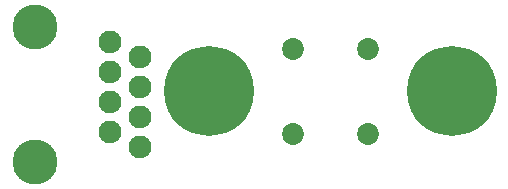
<source format=gbr>
G04 start of page 8 for group -4062 idx -4062 *
G04 Title: (unknown), soldermask *
G04 Creator: pcb 20140316 *
G04 CreationDate: Fri 27 Feb 2015 09:32:21 PM GMT UTC *
G04 For: ndholmes *
G04 Format: Gerber/RS-274X *
G04 PCB-Dimensions (mil): 1900.00 620.00 *
G04 PCB-Coordinate-Origin: lower left *
%MOIN*%
%FSLAX25Y25*%
%LNBOTTOMMASK*%
%ADD49C,0.0730*%
%ADD48C,0.1500*%
%ADD47C,0.0760*%
%ADD46C,0.2997*%
G54D46*X90000Y32000D03*
G54D47*X57000Y48500D03*
X67000Y43500D03*
X57000Y38500D03*
X67000Y33500D03*
X57000Y28500D03*
X67000Y23500D03*
X57000Y18500D03*
X67000Y13500D03*
G54D48*X32000Y53500D03*
Y8500D03*
G54D49*X118000Y17950D03*
Y46050D03*
G54D46*X171000Y32000D03*
G54D49*X143000Y17950D03*
Y46050D03*
M02*

</source>
